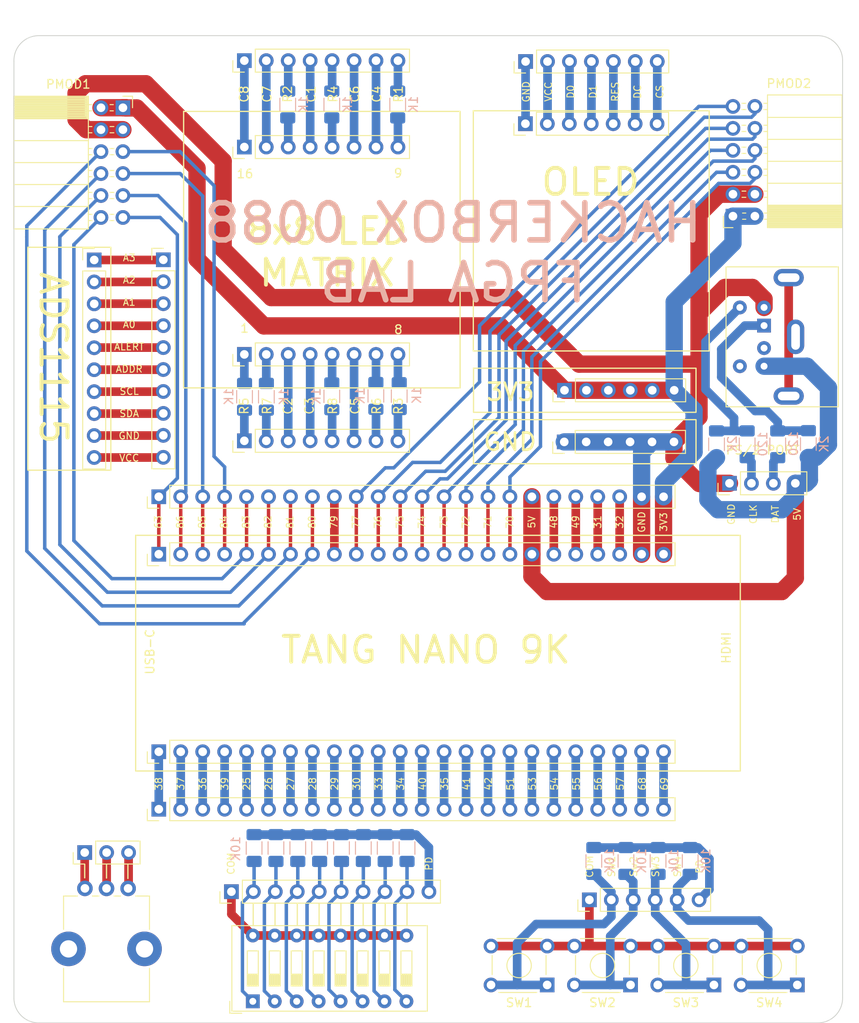
<source format=kicad_pcb>
(kicad_pcb (version 20211014) (generator pcbnew)
  (layers (0 "F.Cu" signal) (31 "B.Cu" signal) (34 "B.Paste" user) (35 "F.Paste" user) (36 "B.SilkS" user "B.Silkscreen") (37 "F.SilkS" user "F.Silkscreen") (38 "B.Mask" user) (39 "F.Mask" user) (44 "Edge.Cuts" user))
  (net 0 "")
  (net 1 "Net-(J4-Pad6)")
  (net 2 "Net-(J4-Pad2)")
  (net 3 "Net-(J4-Pad3)")
  (net 4 "Net-(J4-Pad4)")
  (net 5 "Net-(J4-Pad5)")
  (net 6 "Net-(J6-Pad10)")
  (net 7 "Net-(J6-Pad2)")
  (net 8 "Net-(J6-Pad3)")
  (net 9 "Net-(J6-Pad4)")
  (net 10 "Net-(J6-Pad5)")
  (net 11 "Net-(J6-Pad6)")
  (net 12 "Net-(J6-Pad7)")
  (net 13 "Net-(J6-Pad8)")
  (net 14 "Net-(J6-Pad9)")
  (net 15 "Net-(J16-Pad3)")
  (net 16 "Net-(J10-Pad3)")
  (net 17 "Net-(J16-Pad5)")
  (net 18 "Net-(J10-Pad5)")
  (net 19 "Net-(J16-Pad8)")
  (net 20 "Net-(J10-Pad8)")
  (net 21 "Net-(J20-Pad1)")
  (net 22 "Net-(J17-Pad1)")
  (net 23 "Net-(J20-Pad2)")
  (net 24 "Net-(J17-Pad2)")
  (net 25 "Net-(J20-Pad5)")
  (net 26 "Net-(J17-Pad5)")
  (net 27 "Net-(J20-Pad7)")
  (net 28 "Net-(J17-Pad7)")
  (net 29 "Net-(J20-Pad8)")
  (net 30 "Net-(J17-Pad8)")
  (net 31 "Net-(J4-Pad1)")
  (net 32 "Net-(J6-Pad1)")
  (net 33 "Net-(J1-Pad9)")
  (net 34 "+5V")
  (net 35 "Net-(J1-Pad19)")
  (net 36 "Net-(J1-Pad20)")
  (net 37 "Net-(J1-Pad21)")
  (net 38 "Net-(J1-Pad22)")
  (net 39 "GND")
  (net 40 "+3V3")
  (net 41 "Net-(J3-Pad1)")
  (net 42 "Net-(J3-Pad2)")
  (net 43 "Net-(J3-Pad3)")
  (net 44 "Net-(J3-Pad4)")
  (net 45 "Net-(J3-Pad5)")
  (net 46 "Net-(J3-Pad6)")
  (net 47 "Net-(J3-Pad7)")
  (net 48 "Net-(J3-Pad8)")
  (net 49 "Net-(J3-Pad9)")
  (net 50 "Net-(J3-Pad10)")
  (net 51 "Net-(J3-Pad11)")
  (net 52 "Net-(J3-Pad12)")
  (net 53 "Net-(J3-Pad13)")
  (net 54 "Net-(J3-Pad14)")
  (net 55 "Net-(J3-Pad15)")
  (net 56 "Net-(J3-Pad16)")
  (net 57 "Net-(J3-Pad17)")
  (net 58 "Net-(J3-Pad18)")
  (net 59 "Net-(J3-Pad19)")
  (net 60 "Net-(J3-Pad20)")
  (net 61 "Net-(J3-Pad21)")
  (net 62 "Net-(J3-Pad22)")
  (net 63 "Net-(J3-Pad23)")
  (net 64 "Net-(J3-Pad24)")
  (net 65 "Net-(J10-Pad1)")
  (net 66 "Net-(J10-Pad2)")
  (net 67 "Net-(J10-Pad4)")
  (net 68 "Net-(J10-Pad6)")
  (net 69 "Net-(J10-Pad7)")
  (net 70 "Net-(J13-Pad1)")
  (net 71 "Net-(J13-Pad2)")
  (net 72 "Net-(J13-Pad3)")
  (net 73 "Net-(J13-Pad4)")
  (net 74 "Net-(J13-Pad5)")
  (net 75 "Net-(J13-Pad6)")
  (net 76 "Net-(J13-Pad7)")
  (net 77 "Net-(J13-Pad8)")
  (net 78 "Net-(J13-Pad9)")
  (net 79 "Net-(J13-Pad10)")
  (net 80 "Net-(J17-Pad3)")
  (net 81 "Net-(J17-Pad4)")
  (net 82 "Net-(J17-Pad6)")
  (net 83 "Net-(J18-Pad1)")
  (net 84 "Net-(J18-Pad2)")
  (net 85 "Net-(J18-Pad3)")
  (net 86 "Net-(J18-Pad4)")
  (net 87 "Net-(J18-Pad5)")
  (net 88 "Net-(J18-Pad6)")
  (net 89 "Net-(J18-Pad7)")
  (net 90 "unconnected-(P1-Pad7)")
  (net 91 "Net-(P1-Pad1)")
  (net 93 "Net-(P1-Pad5)")
  (net 95 "Net-(J12-Pad1)")
  (net 96 "Net-(J12-Pad2)")
  (net 97 "Net-(J12-Pad3)")
  (net 98 "/KB_CLK")
  (net 99 "/KB_DAT")
  (net 100 "/63")
  (net 101 "/86")
  (net 102 "/85")
  (net 103 "/84")
  (net 104 "/83")
  (net 105 "/82")
  (net 106 "/81")
  (net 107 "/80")
  (net 108 "/77")
  (net 109 "/76")
  (net 110 "/75")
  (net 111 "/74")
  (net 112 "/73")
  (net 113 "/72")
  (net 114 "/71")
  (net 115 "/70")
  (footprint "Connector_PinHeader_2.54mm:PinHeader_1x24_P2.54mm_Vertical" (layer "F.Cu") (at 35.625 148.735 90)
    (fp_text reference "J3")
    (fp_text value "Conn_01x24_Male")
  )
  (footprint "Connector_PinHeader_2.54mm:PinHeader_1x08_P2.54mm_Vertical" (layer "F.Cu") (at 45.525 96.1 90)
    (fp_text reference "J17")
    (fp_text value "Conn_01x08_Male")
  )
  (footprint "Connector_PinHeader_2.54mm:PinHeader_1x08_P2.54mm_Vertical" (layer "F.Cu") (at 45.525 62.1 90)
    (fp_text reference "J16")
    (fp_text value "Conn_01x08_Male")
  )
  (footprint "Connector_PinHeader_2.54mm:PinHeader_1x08_P2.54mm_Vertical" (layer "F.Cu") (at 45.525 106.1 90)
    (fp_text reference "J20")
    (fp_text value "Conn_01x08_Male")
  )
  (footprint "4x1md_Footprints:Connector_Mini-DIN_Female_6Pin_2rows" (layer "F.Cu") (at 105.675 92.765 90)
    (fp_text reference "P1")
    (fp_text value " ")
  )
  (footprint "Connector_PinHeader_2.54mm:PinHeader_1x24_P2.54mm_Vertical" (layer "F.Cu") (at 35.625 119.225 90)
    (fp_text reference "J2")
    (fp_text value "Conn_01x24_Male")
  )
  (footprint "Button_Switch_THT:SW_DIP_SPSTx08_Slide_9.78x22.5mm_W7.62mm_P2.54mm" (layer "F.Cu") (at 46.505 170.97 90)
    (fp_text reference "SW6")
    (fp_text value "SW_DIP_x08")
  )
  (footprint "Connector_PinHeader_2.54mm:PinHeader_1x24_P2.54mm_Vertical" (layer "F.Cu") (at 35.625 142.085 90)
    (fp_text reference "J5")
    (fp_text value "Conn_01x24_Male")
  )
  (footprint "Button_Switch_THT:SW_TH_Tactile_Omron_B3F-10xx" (layer "F.Cu") (at 80.575 169.075 180)
    (fp_text reference "SW1")
    (fp_text value "SW_PUSH_BUTTON")
  )
  (footprint "Connector_PinHeader_2.54mm:PinHeader_1x04_P2.54mm_Vertical" (layer "F.Cu") (at 101.675 111.015 90)
    (fp_text reference "J15")
    (fp_text value "Conn_01x04_Male")
  )
  (footprint "Connector_PinHeader_2.54mm:PinHeader_1x06_P2.54mm_Vertical" (layer "F.Cu") (at 82.575 100.25 90)
    (fp_text reference "J8")
    (fp_text value "Conn_01x06_Male")
  )
  (footprint "Connector_PinHeader_2.54mm:PinHeader_1x06_P2.54mm_Vertical" (layer "F.Cu") (at 82.55 106.225 90)
    (fp_text reference "J7")
    (fp_text value "Conn_01x06_Male")
  )
  (footprint "Connector_PinHeader_2.54mm:PinHeader_1x07_P2.54mm_Vertical" (layer "F.Cu") (at 78.075 62.2 90)
    (fp_text reference "J18")
    (fp_text value "Conn_01x07_Male")
  )
  (footprint "Button_Switch_THT:SW_TH_Tactile_Omron_B3F-10xx" (layer "F.Cu") (at 99.875 169.075 180)
    (fp_text reference "SW3")
    (fp_text value "SW_PUSH_BUTTON")
  )
  (footprint "Connector_PinSocket_2.54mm:PinSocket_2x06_P2.54mm_Horizontal" (layer "F.Cu") (at 102.075 80.1 180)
    (fp_text reference "PMOD2")
    (fp_text value "Conn_02x06_Odd_Even")
  )
  (footprint "Connector_PinHeader_2.54mm:PinHeader_1x08_P2.54mm_Vertical" (layer "F.Cu") (at 45.525 72.1 90)
    (fp_text reference "J10")
    (fp_text value "Conn_01x08_Male")
  )
  (footprint "Potentiometer_THT:Potentiometer_Bourns_PTV09A-1_Single_Vertical" (layer "F.Cu") (at 27.075 157.9 -90)
    (fp_text reference "RV1")
    (fp_text value "R_Potentiometer_US")
  )
  (footprint "Connector_PinHeader_2.54mm:PinHeader_1x03_P2.54mm_Vertical" (layer "F.Cu") (at 27.05 153.75 90)
    (fp_text reference "J12")
    (fp_text value "Conn_01x03_Male")
  )
  (footprint "Button_Switch_THT:SW_TH_Tactile_Omron_B3F-10xx" (layer "F.Cu") (at 90.225 169.075 180)
    (fp_text reference "SW2")
    (fp_text value "SW_PUSH_BUTTON")
  )
  (footprint "Button_Switch_THT:SW_TH_Tactile_Omron_B3F-10xx" (layer "F.Cu") (at 109.525 169.075 180)
    (fp_text reference "SW4")
    (fp_text value "SW_PUSH_BUTTON")
  )
  (footprint "Connector_PinSocket_2.54mm:PinSocket_2x06_P2.54mm_Horizontal" (layer "F.Cu") (at 31.475 67.55)
    (fp_text reference "PMOD1")
    (fp_text value "Conn_02x06_Odd_Even")
  )
  (footprint "Connector_PinHeader_2.54mm:PinHeader_1x07_P2.54mm_Vertical" (layer "F.Cu") (at 78.055 69.4 90)
    (fp_text reference "J19")
    (fp_text value "Conn_01x07_Male")
  )
  (footprint "Connector_PinHeader_2.54mm:PinHeader_1x10_P2.54mm_Vertical" (layer "F.Cu") (at 28.15 85.17)
    (fp_text reference "J14")
    (fp_text value "Conn_01x10_Male")
  )
  (footprint "Connector_PinHeader_2.54mm:PinHeader_1x10_P2.54mm_Vertical" (layer "F.Cu") (at 44.03 158.2775 90)
    (fp_text reference "J6")
    (fp_text value "Conn_01x10_Male")
  )
  (footprint "Connector_PinHeader_2.54mm:PinHeader_1x10_P2.54mm_Vertical" (layer "F.Cu") (at 36.15 85.15)
    (fp_text reference "J13")
    (fp_text value "Conn_01x10_Male")
  )
  (footprint "Connector_PinHeader_2.54mm:PinHeader_1x06_P2.54mm_Vertical" (layer "F.Cu") (at 85.458332 159.225 90)
    (fp_text reference "J4")
    (fp_text value "Conn_01x06_Male")
  )
  (footprint "Connector_PinHeader_2.54mm:PinHeader_1x24_P2.54mm_Vertical" (layer "F.Cu") (at 35.625 112.575 90)
    (fp_text reference "J1")
    (fp_text value "Conn_01x24_Male")
  )
  (footprint "Resistor_SMD:R_1206_3216Metric_Pad1.30x1.75mm_HandSolder" (layer "B.Cu") (at 63.275 67.175 -90)
    (fp_text reference "R19")
    (fp_text value "1K")
  )
  (footprint "Resistor_SMD:R_1206_3216Metric_Pad1.30x1.75mm_HandSolder" (layer "B.Cu") (at 63.45 100.925 90)
    (fp_text reference "R24")
    (fp_text value "1K")
  )
  (footprint "Resistor_SMD:R_1206_3216Metric_Pad1.30x1.75mm_HandSolder" (layer "B.Cu") (at 64.355 153.2275 -90)
    (fp_text reference "R12")
    (fp_text value "10K")
  )
  (footprint "Resistor_SMD:R_1206_3216Metric_Pad1.30x1.75mm_HandSolder" (layer "B.Cu") (at 51.712142 153.2275 -90)
    (fp_text reference "R7")
    (fp_text value "10K")
  )
  (footprint "Resistor_SMD:R_1206_3216Metric_Pad1.30x1.75mm_HandSolder" (layer "B.Cu") (at 45.55 101 90)
    (fp_text reference "R20")
    (fp_text value "1K")
  )
  (footprint "Resistor_SMD:R_1206_3216Metric_Pad1.30x1.75mm_HandSolder" (layer "B.Cu") (at 50.55 67.175 -90)
    (fp_text reference "R17")
    (fp_text value "1K")
  )
  (footprint "Resistor_SMD:R_1206_3216Metric_Pad1.30x1.75mm_HandSolder" (layer "B.Cu") (at 89.691666 154.725 -90)
    (fp_text reference "R2")
    (fp_text value "10K")
  )
  (footprint "Resistor_SMD:R_1206_3216Metric_Pad1.30x1.75mm_HandSolder" (layer "B.Cu") (at 48.075 101 90)
    (fp_text reference "R21")
    (fp_text value "1K")
  )
  (footprint "Resistor_SMD:R_1206_3216Metric_Pad1.30x1.75mm_HandSolder" (layer "B.Cu") (at 61.826426 153.2275 -90)
    (fp_text reference "R11")
    (fp_text value "10K")
  )
  (footprint "Resistor_SMD:R_1206_3216Metric_Pad1.30x1.75mm_HandSolder" (layer "B.Cu") (at 56.769284 153.2275 -90)
    (fp_text reference "R9")
    (fp_text value "10K")
  )
  (footprint "Resistor_SMD:R_1206_3216Metric_Pad1.30x1.75mm_HandSolder" (layer "B.Cu") (at 46.655 153.2275 -90)
    (fp_text reference "R5")
    (fp_text value "10K")
  )
  (footprint "Resistor_SMD:R_1206_3216Metric_Pad1.30x1.75mm_HandSolder" (layer "B.Cu") (at 103.716666 106.5 90)
    (fp_text reference "R15")
    (fp_text value "120")
  )
  (footprint "Resistor_SMD:R_1206_3216Metric_Pad1.30x1.75mm_HandSolder" (layer "B.Cu") (at 59.297855 153.2275 -90)
    (fp_text reference "R10")
    (fp_text value "10K")
  )
  (footprint "Resistor_SMD:R_1206_3216Metric_Pad1.30x1.75mm_HandSolder" (layer "B.Cu") (at 85.975 154.725 -90)
    (fp_text reference "R1")
    (fp_text value "10K")
  )
  (footprint "Resistor_SMD:R_1206_3216Metric_Pad1.30x1.75mm_HandSolder" (layer "B.Cu") (at 60.75 100.9 90)
    (fp_text reference "R23")
    (fp_text value "1K")
  )
  (footprint "Resistor_SMD:R_1206_3216Metric_Pad1.30x1.75mm_HandSolder" (layer "B.Cu") (at 49.183571 153.2275 -90)
    (fp_text reference "R6")
    (fp_text value "10K")
  )
  (footprint "Resistor_SMD:R_1206_3216Metric_Pad1.30x1.75mm_HandSolder" (layer "B.Cu") (at 107.258332 106.5 90)
    (fp_text reference "R16")
    (fp_text value "120")
  )
  (footprint "Resistor_SMD:R_1206_3216Metric_Pad1.30x1.75mm_HandSolder" (layer "B.Cu") (at 110.8 106.475 -90)
    (fp_text reference "R13")
    (fp_text value "2K")
  )
  (footprint "Resistor_SMD:R_1206_3216Metric_Pad1.30x1.75mm_HandSolder" (layer "B.Cu") (at 54.240713 153.2275 -90)
    (fp_text reference "R8")
    (fp_text value "10K")
  )
  (footprint "Resistor_SMD:R_1206_3216Metric_Pad1.30x1.75mm_HandSolder" (layer "B.Cu") (at 100.175 106.5 -90)
    (fp_text reference "R14")
    (fp_text value "2K")
  )
  (footprint "Resistor_SMD:R_1206_3216Metric_Pad1.30x1.75mm_HandSolder" (layer "B.Cu") (at 55.65 67.175 -90)
    (fp_text reference "R18")
    (fp_text value "1K")
  )
  (footprint "Resistor_SMD:R_1206_3216Metric_Pad1.30x1.75mm_HandSolder" (layer "B.Cu") (at 93.408332 154.725 -90)
    (fp_text reference "R3")
    (fp_text value "10k")
  )
  (footprint "Resistor_SMD:R_1206_3216Metric_Pad1.30x1.75mm_HandSolder" (layer "B.Cu") (at 97.125 154.725 -90)
    (fp_text reference "R4")
    (fp_text value "10K")
  )
  (footprint "Resistor_SMD:R_1206_3216Metric_Pad1.30x1.75mm_HandSolder" (layer "B.Cu") (at 55.65 100.95 90)
    (fp_text reference "R22")
    (fp_text value "1K")
  )
  (gr_line (start 46.555 162.2025) (end 46.555 159.6525) (layer "F.SilkS") (width 0.15))
  (gr_line (start 64.355 162.1775) (end 64.355 159.6275) (layer "F.SilkS") (width 0.15))
  (gr_rect (start 30.075 83.7) (end 20.475 109.5) (layer "F.SilkS") (width 0.15) (fill none))
  (gr_rect (start 38.5 67.975) (end 70.5 99.975) (layer "F.SilkS") (width 0.15) (fill none))
  (gr_rect (start 97.8 97.7) (end 72.05 102.8) (layer "F.SilkS") (width 0.15) (fill none))
  (gr_line (start 54.18 162.1775) (end 54.18 159.6275) (layer "F.SilkS") (width 0.15))
  (gr_line (start 29.575 156.7) (end 29.575 155.15) (layer "F.SilkS") (width 0.15))
  (gr_rect (start 97.8 103.65) (end 72.05 108.75) (layer "F.SilkS") (width 0.15) (fill none))
  (gr_line (start 59.28 162.1525) (end 59.28 159.6025) (layer "F.SilkS") (width 0.15))
  (gr_line (start 61.83 162.2025) (end 61.83 159.6525) (layer "F.SilkS") (width 0.15))
  (gr_line (start 27.05 156.675) (end 27.05 155.125) (layer "F.SilkS") (width 0.15))
  (gr_line (start 32.05 156.75) (end 32.05 155.15) (layer "F.SilkS") (width 0.15))
  (gr_line (start 51.655 162.1775) (end 51.655 159.6275) (layer "F.SilkS") (width 0.15))
  (gr_line (start 49.08 162.1775) (end 49.08 159.6275) (layer "F.SilkS") (width 0.15))
  (gr_rect (start 72.025 67.9) (end 99.325 95.7) (layer "F.SilkS") (width 0.15) (fill none))
  (gr_rect (start 32.95 117.0375) (end 102.925 144.3125) (layer "F.SilkS") (width 0.15) (fill none))
  (gr_line (start 56.705 162.1525) (end 56.705 159.6025) (layer "F.SilkS") (width 0.15))
  (gr_line (start 114.764223 170.519472) (end 114.764223 62.017731) (layer "Edge.Cuts") (width 0.1))
  (gr_arc (start 114.764223 170.519472) (mid 113.970624 172.573187) (end 111.957269 173.464223) (layer "Edge.Cuts") (width 0.1))
  (gr_line (start 111.819472 59.210777) (end 21.667731 59.210777) (layer "Edge.Cuts") (width 0.1))
  (gr_arc (start 21.805528 173.464223) (mid 19.751814 172.670624) (end 18.860777 170.657269) (layer "Edge.Cuts") (width 0.1))
  (gr_arc (start 18.860777 62.155528) (mid 19.654376 60.101813) (end 21.667731 59.210777) (layer "Edge.Cuts") (width 0.1))
  (gr_line (start 18.860777 62.155528) (end 18.860777 170.657269) (layer "Edge.Cuts") (width 0.1))
  (gr_arc (start 111.819472 59.210777) (mid 113.873187 60.004376) (end 114.764223 62.017731) (layer "Edge.Cuts") (width 0.1))
  (gr_line (start 21.805528 173.464223) (end 111.957269 173.464223) (layer "Edge.Cuts") (width 0.1))
  (gr_text "HACKERBOX 0088\nFPGA LAB\n" (at 69.675 84.35) (layer "B.SilkS") (effects (font (size 4.3 4.3) (thickness 0.65)) (justify mirror)))
  (gr_text "GND\n\nCLK\n\nDAT\n\n5V" (at 105.7 114.6 90) (layer "F.SilkS") (effects (font (size 0.79 0.8) (thickness 0.12))))
  (gr_text "C4" (at 60.85 65.975 90) (layer "F.SilkS") (effects (font (size 1 1))))
  (gr_text "8x8 LED\nMATRIX" (at 55.1 84.25) (layer "F.SilkS") (effects (font (size 3 3) (thickness 0.45))))
  (gr_text "COM\n\nSW1\n\nSw2\n\nSW3\n\nSW4\n\nPD" (at 91.85 155.375 90) (layer "F.SilkS") (effects (font (size 0.79 0.8) (thickness 0.12))))
  (gr_text "A3\n\nA2\n\nA1\n\nA0\n\nALERT\n\nADDR\n\nSCL\n\nSDA\n\nGND\n\nVCC" (at 32.2 96.5) (layer "F.SilkS") (effects (font (size 0.8 0.8) (thickness 0.12))))
  (gr_text "R7" (at 48.15 102.075 90) (layer "F.SilkS") (effects (font (size 1 1))))
  (gr_text "R2" (at 50.525 65.975 90) (layer "F.SilkS") (effects (font (size 1 1))))
  (gr_text "C3" (at 53.05 102.075 90) (layer "F.SilkS") (effects (font (size 1 1))))
  (gr_text "R6" (at 60.825 102.075 90) (layer "F.SilkS") (effects (font (size 1 1))))
  (gr_text "GND" (at 76.275 106.225) (layer "F.SilkS") (effects (font (size 2 2) (thickness 0.3))))
  (gr_text "63\n\n86\n\n85\n\n84\n\n83\n\n82\n\n81\n\n80\n\n79\n\n77\n\n76\n\n75\n\n74\n\n73\n\n72\n\n71\n\n70\n\n5V\n\n48\n\n49\n\n31\n\n32\n\nGND\n\n3V3" (at 64.8 115.5 90) (layer "F.SilkS") (effects (font (size 0.79 0.8) (thickness 0.12))))
  (gr_text "GND\n\nVCC\n\nD0\n\nD1\n\nRES\n\nDC\n\nCS" (at 85.875 65.7 90) (layer "F.SilkS") (effects (font (size 0.8 0.8) (thickness 0.12))))
  (gr_text "R3" (at 63.35 102.075 90) (layer "F.SilkS") (effects (font (size 1 1))))
  (gr_text "TANG NANO 9K" (at 66.525 130.3) (layer "F.SilkS") (effects (font (size 3 3) (thickness 0.45))))
  (gr_text "R5" (at 45.5 102.075 90) (layer "F.SilkS") (effects (font (size 1 1))))
  (gr_text "C2" (at 50.575 102.075 90) (layer "F.SilkS") (effects (font (size 1 1))))
  (gr_text "8" (at 63.35 93.225) (layer "F.SilkS") (effects (font (size 1 1))))
  (gr_text "R1" (at 63.35 65.975 90) (layer "F.SilkS") (effects (font (size 1 1))))
  (gr_text "9" (at 63.325 75.125) (layer "F.SilkS") (effects (font (size 1 1))))
  (gr_text "USB-C" (at 34.6 130.525 90) (layer "F.SilkS") (effects (font (size 1 1))))
  (gr_text "R8" (at 55.75 102.075 90) (layer "F.SilkS") (effects (font (size 1 1))))
  (gr_text "HDMI" (at 101.3 130.05 90) (layer "F.SilkS") (effects (font (size 1 1))))
  (gr_text "ADS1115" (at 23.425 96.5 270) (layer "F.SilkS") (effects (font (size 3 3) (thickness 0.45))))
  (gr_text "C6" (at 58.3 65.975 90) (layer "F.SilkS") (effects (font (size 1 1))))
  (gr_text "C8" (at 45.5 65.975 90) (layer "F.SilkS") (effects (font (size 1 1))))
  (gr_text "3V3" (at 76.325 100.45) (layer "F.SilkS") (effects (font (size 2 2) (thickness 0.3))))
  (gr_text "C1" (at 53.25 65.975 90) (layer "F.SilkS") (effects (font (size 1 1))))
  (gr_text "C7" (at 48.15 65.975 90) (layer "F.SilkS") (effects (font (size 1 1))))
  (gr_text "16" (at 45.6 75.2) (layer "F.SilkS") (effects (font (size 1 1))))
  (gr_text "OLED" (at 85.6 76.15) (layer "F.SilkS") (effects (font (size 3 3) (thickness 0.45))))
  (gr_text "PS/2 PORT" (at 105.525 107.175) (layer "F.SilkS") (effects (font (size 1 1))))
  (gr_text "1" (at 45.55 93.075) (layer "F.SilkS") (effects (font (size 1 1))))
  (gr_text "COM\n\n\n\n\n\n\n\n\n\n\n\n\n\n\n\n\n\nPD\n" (at 55.43 155.0275 90) (layer "F.SilkS") (effects (font (size 0.79 0.8) (thickness 0.12))))
  (gr_text "38\n\n37\n\n36\n\n39\n\n25\n\n26\n\n27\n\n28\n\n29\n\n30\n\n33\n\n34\n\n40\n\n35\n\n41\n\n42\n\n51\n\n53\n\n54\n\n55\n\n56\n\n57\n\n68\n\n69" (at 64.875 145.8 90) (layer "F.SilkS") (effects (font (size 0.79 0.8) (thickness 0.12))))
  (gr_text "R4" (at 55.775 65.975 90) (layer "F.SilkS") (effects (font (size 1 1))))
  (gr_text "C5" (at 58.35 102.075 90) (layer "F.SilkS") (effects (font (size 1 1))))
  (segment (start 97.125 153.175) (end 93.408332 153.175) (width 1) (layer "B.Cu") (net 1))
  (segment (start 93.408332 153.175) (end 89.691666 153.175) (width 1) (layer "B.Cu") (net 1))
  (segment (start 99.35 158.033332) (end 99.35 154.475) (width 1) (layer "B.Cu") (net 1))
  (segment (start 98.158332 159.225) (end 99.35 158.033332) (width 1) (layer "B.Cu") (net 1))
  (segment (start 98.05 153.175) (end 97.125 153.175) (width 1) (layer "B.Cu") (net 1))
  (segment (start 99.35 154.475) (end 98.05 153.175) (width 1) (layer "B.Cu") (net 1))
  (segment (start 89.691666 153.175) (end 85.975 153.175) (width 1) (layer "B.Cu") (net 1))
  (segment (start 74.075 169.075) (end 77.1 169.075) (width 1) (layer "B.Cu") (net 2))
  (segment (start 87.15 162.025) (end 87.998332 161.176668) (width 1) (layer "B.Cu") (net 2))
  (segment (start 77.1 164.225) (end 79.3 162.025) (width 1) (layer "B.Cu") (net 2))
  (segment (start 77.1 169.075) (end 77.1 164.225) (width 1) (layer "B.Cu") (net 2))
  (segment (start 87.998332 158.298332) (end 87.998332 159.225) (width 1) (layer "B.Cu") (net 2))
  (segment (start 87.998332 161.176668) (end 87.998332 159.225) (width 1) (layer "B.Cu") (net 2))
  (segment (start 77.1 169.075) (end 80.575 169.075) (width 1) (layer "B.Cu") (net 2))
  (segment (start 79.3 162.025) (end 87.15 162.025) (width 1) (layer "B.Cu") (net 2))
  (segment (start 85.975 156.275) (end 87.998332 158.298332) (width 1) (layer "B.Cu") (net 2))
  (segment (start 87.875 169.075) (end 87.875 163.425) (width 1) (layer "B.Cu") (net 3))
  (segment (start 90.538332 159.225) (end 90.538332 157.121666) (width 1) (layer "B.Cu") (net 3))
  (segment (start 87.875 169.075) (end 90.225 169.075) (width 1) (layer "B.Cu") (net 3))
  (segment (start 90.538332 160.761668) (end 90.538332 159.225) (width 1) (layer "B.Cu") (net 3))
  (segment (start 87.875 163.425) (end 90.538332 160.761668) (width 1) (layer "B.Cu") (net 3))
  (segment (start 83.725 169.075) (end 87.875 169.075) (width 1) (layer "B.Cu") (net 3))
  (segment (start 90.538332 157.121666) (end 89.691666 156.275) (width 1) (layer "B.Cu") (net 3))
  (segment (start 96.65 169.075) (end 96.65 164.4) (width 1) (layer "B.Cu") (net 4))
  (segment (start 93.078332 159.225) (end 93.078332 156.605) (width 1) (layer "B.Cu") (net 4))
  (segment (start 96.65 164.4) (end 93.078332 160.828332) (width 1) (layer "B.Cu") (net 4))
  (segment (start 93.078332 156.605) (end 93.408332 156.275) (width 1) (layer "B.Cu") (net 4))
  (segment (start 96.65 169.075) (end 99.875 169.075) (width 1) (layer "B.Cu") (net 4))
  (segment (start 93.375 169.075) (end 96.65 169.075) (width 1) (layer "B.Cu") (net 4))
  (segment (start 93.078332 160.828332) (end 93.078332 159.225) (width 1) (layer "B.Cu") (net 4))
  (segment (start 95.618332 157.781668) (end 97.125 156.275) (width 1) (layer "B.Cu") (net 5))
  (segment (start 95.618332 160.293332) (end 95.618332 159.225) (width 1) (layer "B.Cu") (net 5))
  (segment (start 95.618332 159.225) (end 95.618332 157.781668) (width 1) (layer "B.Cu") (net 5))
  (segment (start 103.025 169.075) (end 106.15 169.075) (width 1) (layer "B.Cu") (net 5))
  (segment (start 96.95 161.625) (end 95.618332 160.293332) (width 1) (layer "B.Cu") (net 5))
  (segment (start 105.1 161.625) (end 96.95 161.625) (width 1) (layer "B.Cu") (net 5))
  (segment (start 106.15 162.675) (end 105.1 161.625) (width 1) (layer "B.Cu") (net 5))
  (segment (start 106.15 169.075) (end 106.15 162.675) (width 1) (layer "B.Cu") (net 5))
  (segment (start 106.15 169.075) (end 109.525 169.075) (width 1) (layer "B.Cu") (net 5))
  (segment (start 64.355 151.6775) (end 65.4025 151.6775) (width 1) (layer "B.Cu") (net 6))
  (segment (start 56.769284 151.6775) (end 59.297855 151.6775) (width 1) (layer "B.Cu") (net 6))
  (segment (start 66.89 153.165) (end 66.89 158.2775) (width 1) (layer "B.Cu") (net 6))
  (segment (start 65.4025 151.6775) (end 66.89 153.165) (width 1) (layer "B.Cu") (net 6))
  (segment (start 61.826426 151.6775) (end 64.355 151.6775) (width 1) (layer "B.Cu") (net 6))
  (segment (start 59.297855 151.6775) (end 61.826426 151.6775) (width 1) (layer "B.Cu") (net 6))
  (segment (start 54.240713 151.6775) (end 56.769284 151.6775) (width 1) (layer "B.Cu") (net 6))
  (segment (start 49.183571 151.6775) (end 51.712142 151.6775) (width 1) (layer "B.Cu") (net 6))
  (segment (start 51.712142 151.6775) (end 54.240713 151.6775) (width 1) (layer "B.Cu") (net 6))
  (segment (start 46.655 151.6775) (end 49.183571 151.6775) (width 1) (layer "B.Cu") (net 6))
  (segment (start 45.305489 159.542011) (end 46.57 158.2775) (width 0.4) (layer "B.Cu") (net 7))
  (segment (start 46.505 170.97) (end 45.305489 169.770489) (width 0.4) (layer "B.Cu") (net 7))
  (segment (start 46.655 158.1925) (end 46.57 158.2775) (width 0.4) (layer "B.Cu") (net 7))
  (segment (start 45.305489 169.770489) (end 45.305489 159.542011) (width 0.4) (layer "B.Cu") (net 7))
  (segment (start 46.655 154.7775) (end 46.655 158.1925) (width 0.4) (layer "B.Cu") (net 7))
  (segment (start 49.183571 158.203929) (end 49.11 158.2775) (width 0.4) (layer "B.Cu") (net 8))
  (segment (start 49.183571 154.7775) (end 49.183571 158.203929) (width 0.4) (layer "B.Cu") (net 8))
  (segment (start 49.045 170.97) (end 47.845489 169.770489) (width 0.4) (layer "B.Cu") (net 8))
  (segment (start 47.845489 169.770489) (end 47.845489 159.542011) (width 0.4) (layer "B.Cu") (net 8))
  (segment (start 47.845489 159.542011) (end 49.11 158.2775) (width 0.4) (layer "B.Cu") (net 8))
  (segment (start 50.385489 159.542011) (end 51.65 158.2775) (width 0.4) (layer "B.Cu") (net 9))
  (segment (start 51.712142 154.7775) (end 51.712142 158.215358) (width 0.4) (layer "B.Cu") (net 9))
  (segment (start 51.585 170.97) (end 50.385489 169.770489) (width 0.4) (layer "B.Cu") (net 9))
  (segment (start 50.385489 169.770489) (end 50.385489 159.542011) (width 0.4) (layer "B.Cu") (net 9))
  (segment (start 51.712142 158.215358) (end 51.65 158.2775) (width 0.4) (layer "B.Cu") (net 9))
  (segment (start 54.125 170.97) (end 52.784511 169.629511) (width 0.4) (layer "B.Cu") (net 10))
  (segment (start 54.240713 158.226787) (end 54.19 158.2775) (width 0.4) (layer "B.Cu") (net 10))
  (segment (start 52.784511 169.629511) (end 52.784511 159.682989) (width 0.4) (layer "B.Cu") (net 10))
  (segment (start 52.784511 159.682989) (end 54.19 158.2775) (width 0.4) (layer "B.Cu") (net 10))
  (segment (start 54.240713 154.7775) (end 54.240713 158.226787) (width 0.4) (layer "B.Cu") (net 10))
  (segment (start 56.769284 154.7775) (end 56.769284 158.238216) (width 0.4) (layer "B.Cu") (net 11))
  (segment (start 55.324511 159.682989) (end 56.73 158.2775) (width 0.4) (layer "B.Cu") (net 11))
  (segment (start 56.665 170.97) (end 55.324511 169.629511) (width 0.4) (layer "B.Cu") (net 11))
  (segment (start 56.769284 158.238216) (end 56.73 158.2775) (width 0.4) (layer "B.Cu") (net 11))
  (segment (start 55.324511 169.629511) (end 55.324511 159.682989) (width 0.4) (layer "B.Cu") (net 11))
  (segment (start 59.297855 154.7775) (end 59.297855 158.249645) (width 0.4) (layer "B.Cu") (net 12))
  (segment (start 59.205 170.97) (end 58.005489 169.770489) (width 0.4) (layer "B.Cu") (net 12))
  (segment (start 59.297855 158.249645) (end 59.27 158.2775) (width 0.4) (layer "B.Cu") (net 12))
  (segment (start 58.005489 169.770489) (end 58.005489 159.542011) (width 0.4) (layer "B.Cu") (net 12))
  (segment (start 58.005489 159.542011) (end 59.27 158.2775) (width 0.4) (layer "B.Cu") (net 12))
  (segment (start 61.826426 154.7775) (end 61.826426 158.261074) (width 0.4) (layer "B.Cu") (net 13))
  (segment (start 61.826426 158.261074) (end 61.81 158.2775) (width 0.4) (layer "B.Cu") (net 13))
  (segment (start 61.745 170.97) (end 60.545489 169.770489) (width 0.4) (layer "B.Cu") (net 13))
  (segment (start 60.545489 159.542011) (end 61.81 158.2775) (width 0.4) (layer "B.Cu") (net 13))
  (segment (start 60.545489 169.770489) (end 60.545489 159.542011) (width 0.4) (layer "B.Cu") (net 13))
  (segment (start 64.355 158.2725) (end 64.35 158.2775) (width 0.4) (layer "B.Cu") (net 14))
  (segment (start 64.355 154.7775) (end 64.355 158.2725) (width 0.4) (layer "B.Cu") (net 14))
  (segment (start 62.944511 169.629511) (end 62.944511 159.682989) (width 0.4) (layer "B.Cu") (net 14))
  (segment (start 62.944511 159.682989) (end 64.35 158.2775) (width 0.4) (layer "B.Cu") (net 14))
  (segment (start 64.285 170.97) (end 62.944511 169.629511) (width 0.4) (layer "B.Cu") (net 14))
  (segment (start 50.605 65.57) (end 50.55 65.625) (width 1) (layer "B.Cu") (net 15))
  (segment (start 50.605 62.1) (end 50.605 65.57) (width 1) (layer "B.Cu") (net 15))
  (segment (start 50.605 72.1) (end 50.605 68.78) (width 1) (layer "B.Cu") (net 16))
  (segment (start 50.605 68.78) (end 50.55 68.725) (width 1) (layer "B.Cu") (net 16))
  (segment (start 55.685 62.1) (end 55.685 65.59) (width 1) (layer "B.Cu") (net 17))
  (segment (start 55.685 65.59) (end 55.65 65.625) (width 1) (layer "B.Cu") (net 17))
  (segment (start 55.685 68.76) (end 55.65 68.725) (width 1) (layer "B.Cu") (net 18))
  (segment (start 55.685 72.1) (end 55.685 68.76) (width 1) (layer "B.Cu") (net 18))
  (segment (start 63.305 62.1) (end 63.305 65.595) (width 1) (layer "B.Cu") (net 19))
  (segment (start 63.305 65.595) (end 63.275 65.625) (width 1) (layer "B.Cu") (net 19))
  (segment (start 63.305 68.755) (end 63.275 68.725) (width 1) (layer "B.Cu") (net 20))
  (segment (start 63.305 72.1) (end 63.305 68.755) (width 1) (layer "B.Cu") (net 20))
  (segment (start 45.525 106.1) (end 45.525 102.575) (width 1) (layer "B.Cu") (net 21))
  (segment (start 45.525 102.575) (end 45.55 102.55) (width 1) (layer "B.Cu") (net 21))
  (segment (start 45.525 96.1) (end 45.525 99.425) (width 1) (layer "B.Cu") (net 22))
  (segment (start 45.525 99.425) (end 45.55 99.45) (width 1) (layer "B.Cu") (net 22))
  (segment (start 48.065 106.1) (end 48.065 102.56) (width 1) (layer "B.Cu") (net 23))
  (segment (start 48.065 102.56) (end 48.075 102.55) (width 1) (layer "B.Cu") (net 23))
  (segment (start 48.065 96.1) (end 48.065 99.44) (width 1) (layer "B.Cu") (net 24))
  (segment (start 48.065 99.44) (end 48.075 99.45) (width 1) (layer "B.Cu") (net 24))
  (segment (start 55.685 102.535) (end 55.65 102.5) (width 1) (layer "B.Cu") (net 25))
  (segment (start 55.685 106.1) (end 55.685 102.535) (width 1) (layer "B.Cu") (net 25))
  (segment (start 55.685 99.365) (end 55.65 99.4) (width 1) (layer "B.Cu") (net 26))
  (segment (start 55.685 96.1) (end 55.685 99.365) (width 1) (layer "B.Cu") (net 26))
  (segment (start 60.765 106.1) (end 60.765 102.465) (width 1) (layer "B.Cu") (net 27))
  (segment (start 60.765 102.465) (end 60.75 102.45) (width 1) (layer "B.Cu") (net 27))
  (segment (start 60.765 96.1) (end 60.765 99.335) (width 1) (layer "B.Cu") (net 28))
  (segment (start 60.765 99.335) (end 60.75 99.35) (width 1) (layer "B.Cu") (net 28))
  (segment (start 63.305 106.1) (end 63.305 102.62) (width 1) (layer "B.Cu") (net 29))
  (segment (start 63.305 102.62) (end 63.45 102.475) (width 1) (layer "B.Cu") (net 29))
  (segment (start 63.305 99.23) (end 63.45 99.375) (width 1) (layer "B.Cu") (net 30))
  (segment (start 63.305 96.1) (end 63.305 99.23) (width 1) (layer "B.Cu") (net 30))
  (segment (start 90.225 164.575) (end 93.375 164.575) (width 1) (layer "F.Cu") (net 31))
  (segment (start 80.575 164.575) (end 83.725 164.575) (width 1) (layer "F.Cu") (net 31))
  (segment (start 85.458332 159.225) (end 85.458332 164.566668) (width 1) (layer "F.Cu") (net 31))
  (segment (start 99.875 164.575) (end 103.025 164.575) (width 1) (layer "F.Cu") (net 31))
  (segment (start 83.725 164.575) (end 85.45 164.575) (width 1) (layer "F.Cu") (net 31))
  (segment (start 74.075 164.575) (end 80.575 164.575) (width 1) (layer "F.Cu") (net 31))
  (segment (start 103.025 164.575) (end 109.525 164.575) (width 1) (layer "F.Cu") (net 31))
  (segment (start 85.458332 164.566668) (end 85.45 164.575) (width 1) (layer "F.Cu") (net 31))
  (segment (start 85.45 164.575) (end 90.225 164.575) (width 1) (layer "F.Cu") (net 31))
  (segment (start 93.375 164.575) (end 99.875 164.575) (width 1) (layer "F.Cu") (net 31))
  (segment (start 44.03 158.2775) (end 44.03 160.875) (width 1) (layer "F.Cu") (net 32))
  (segment (start 54.125 163.35) (end 56.665 163.35) (width 1) (layer "F.Cu") (net 32))
  (segment (start 51.585 163.35) (end 54.125 163.35) (width 1) (layer "F.Cu") (net 32))
  (segment (start 44.03 160.875) (end 46.505 163.35) (width 1) (layer "F.Cu") (net 32))
  (segment (start 59.205 163.35) (end 61.745 163.35) (width 1) (layer "F.Cu") (net 32))
  (segment (start 61.745 163.35) (end 64.285 163.35) (width 1) (layer "F.Cu") (net 32))
  (segment (start 46.505 163.35) (end 49.045 163.35) (width 1) (layer "F.Cu") (net 32))
  (segment (start 49.045 163.35) (end 51.585 163.35) (width 1) (layer "F.Cu") (net 32))
  (segment (start 56.665 163.35) (end 59.205 163.35) (width 1) (layer "F.Cu") (net 32))
  (segment (start 55.945 112.575) (end 55.945 119.225) (width 1) (layer "F.Cu") (net 33))
  (segment (start 78.805 121.805) (end 80.55 123.55) (width 2) (layer "F.Cu") (net 34))
  (segment (start 109.295 121.98) (end 109.295 111.015) (width 2) (layer "F.Cu") (net 34))
  (segment (start 78.805 119.225) (end 78.805 112.575) (width 2) (layer "F.Cu") (net 34))
  (segment (start 107.725 123.55) (end 109.295 121.98) (width 2) (layer "F.Cu") (net 34))
  (segment (start 78.805 119.225) (end 78.805 121.805) (width 2) (layer "F.Cu") (net 34))
  (segment (start 80.55 123.55) (end 107.725 123.55) (width 2) (layer "F.Cu") (net 34))
  (segment (start 100.175 108.05) (end 99.175 109.05) (width 2) (layer "B.Cu") (net 34))
  (segment (start 111.65 108.025) (end 110.8 108.025) (width 2) (layer "B.Cu") (net 34))
  (segment (start 113.125 99.95) (end 113.125 106.55) (width 2) (layer "B.Cu") (net 34))
  (segment (start 110.64 97.465) (end 113.125 99.95) (width 2) (layer "B.Cu") (net 34))
  (segment (start 109.295 111.015) (end 110.56 111.015) (width 2) (layer "B.Cu") (net 34))
  (segment (start 105.675 97.465) (end 110.64 97.465) (width 2) (layer "B.Cu") (net 34))
  (segment (start 110.925 110.65) (end 110.925 108.15) (width 2) (layer "B.Cu") (net 34))
  (segment (start 99.175 109.05) (end 99.175 112.925) (width 2) (layer "B.Cu") (net 34))
  (segment (start 110.56 111.015) (end 110.925 110.65) (width 2) (layer "B.Cu") (net 34))
  (segment (start 109.295 112.53) (end 109.295 111.015) (width 2) (layer "B.Cu") (net 34))
  (segment (start 107.75 114.075) (end 109.295 112.53) (width 2) (layer "B.Cu") (net 34))
  (segment (start 99.175 112.925) (end 100.325 114.075) (width 2) (layer "B.Cu") (net 34))
  (segment (start 100.325 114.075) (end 107.75 114.075) (width 2) (layer "B.Cu") (net 34))
  (segment (start 113.125 106.55) (end 111.65 108.025) (width 2) (layer "B.Cu") (net 34))
  (segment (start 110.925 108.15) (end 110.8 108.025) (width 2) (layer "B.Cu") (net 34))
  (segment (start 81.345 119.225) (end 81.345 112.575) (width 1) (layer "F.Cu") (net 35))
  (segment (start 83.885 119.225) (end 83.885 112.575) (width 1) (layer "F.Cu") (net 36))
  (segment (start 86.425 119.225) (end 86.425 112.575) (width 1) (layer "F.Cu") (net 37))
  (segment (start 88.965 119.225) (end 88.965 112.575) (width 1) (layer "F.Cu") (net 38))
  (segment (start 95.25 108.1) (end 98.19 111.04) (width 2) (layer "F.Cu") (net 39))
  (segment (start 104.325 88.35) (end 105.675 89.7) (width 2) (layer "F.Cu") (net 39))
  (segment (start 91.505 119.225) (end 91.505 112.575) (width 2) (layer "F.Cu") (net 39))
  (segment (start 84.275 97.225) (end 98.15 97.225) (width 2) (layer "F.Cu") (net 39))
  (segment (start 100.465 77.56) (end 98.15 79.875) (width 2) (layer "F.Cu") (net 39))
  (segment (start 105.675 89.7) (end 105.675 90.665) (width 2) (layer "F.Cu") (net 39))
  (segment (start 101.675 111.015) (end 98.215 111.015) (width 2) (layer "F.Cu") (net 39))
  (segment (start 101.15 88.35) (end 104.325 88.35) (width 2) (layer "F.Cu") (net 39))
  (segment (start 98.19 111.04) (end 98.215 111.015) (width 2) (layer "F.Cu") (net 39))
  (segment (start 102.075 77.56) (end 104.615 77.56) (width 2) (layer "F.Cu") (net 39))
  (segment (start 102.075 77.56) (end 100.465 77.56) (width 2) (layer "F.Cu") (net 39))
  (segment (start 95.25 106.225) (end 95.25 108.1) (width 2) (layer "F.Cu") (net 39))
  (segment (start 27.15 64.775) (end 34.125 64.775) (width 2) (layer "F.Cu") (net 39))
  (segment (start 43.075 73.725) (end 43.075 83.95) (width 2) (layer "F.Cu") (net 39))
  (segment (start 98.15 91.35) (end 101.15 88.35) (width 2) (layer "F.Cu") (net 39))
  (segment (start 34.125 64.775) (end 43.075 73.725) (width 2) (layer "F.Cu") (net 39))
  (segment (start 43.075 83.95) (end 48.65 89.525) (width 2) (layer "F.Cu") (net 39))
  (segment (start 27.24 70.09) (end 26.05 68.9) (width 2) (layer "F.Cu") (net 39))
  (segment (start 31.475 70.09) (end 28.935 70.09) (width 2) (layer "F.Cu") (net 39))
  (segment (start 95.25 106.225) (end 98.15 103.325) (width 2) (layer "F.Cu") (net 39))
  (segment (start 28.935 70.09) (end 27.24 70.09) (width 2) (layer "F.Cu") (net 39))
  (segment (start 98.15 97.225) (end 98.15 91.35) (width 2) (layer "F.Cu") (net 39))
  (segment (start 76.575 89.525) (end 84.275 97.225) (width 2) (layer "F.Cu") (net 39))
  (segment (start 98.15 79.875) (end 98.15 91.35) (width 2) (layer "F.Cu") (net 39))
  (segment (start 98.15 103.325) (end 98.15 97.225) (width 2) (layer "F.Cu") (net 39))
  (segment (start 26.05 65.875) (end 27.15 64.775) (width 2) (layer "F.Cu") (net 39))
  (segment (start 48.65 89.525) (end 76.575 89.525) (width 2) (layer "F.Cu") (net 39))
  (segment (start 26.05 68.9) (end 26.05 65.875) (width 2) (layer "F.Cu") (net 39))
  (segment (start 82.55 106.225) (end 85.09 106.225) (width 2) (layer "B.Cu") (net 39))
  (segment (start 91.505 107.43) (end 92.71 106.225) (width 2) (layer "B.Cu") (net 39))
  (segment (start 91.505 112.575) (end 91.505 107.43) (width 2) (layer "B.Cu") (net 39))
  (segment (start 87.63 106.225) (end 90.17 106.225) (width 2) (layer "B.Cu") (net 39))
  (segment (start 85.09 106.225) (end 87.63 106.225) (width 2) (layer "B.Cu") (net 39))
  (segment (start 90.17 106.225) (end 92.71 106.225) (width 2) (layer "B.Cu") (net 39))
  (segment (start 92.71 106.225) (end 95.25 106.225) (width 2) (layer "B.Cu") (net 39))
  (segment (start 87.655 100.25) (end 90.195 100.25) (width 2) (layer "F.Cu") (net 40))
  (segment (start 90.195 100.25) (end 92.735 100.25) (width 2) (layer "F.Cu") (net 40))
  (segment (start 31.475 67.55) (end 31.833447 67.55) (width 2) (layer "F.Cu") (net 40))
  (segment (start 75.125 92.8) (end 82.575 100.25) (width 2) (layer "F.Cu") (net 40))
  (segment (start 47.775 92.8) (end 75.125 92.8) (width 2) (layer "F.Cu") (net 40))
  (segment (start 40.05 85.075) (end 47.775 92.8) (width 2) (layer "F.Cu") (net 40))
  (segment (start 94.045 119.225) (end 94.045 112.575) (width 2) (layer "F.Cu") (net 40))
  (segment (start 85.115 100.25) (end 87.655 100.25) (width 2) (layer "F.Cu") (net 40))
  (segment (start 31.833447 67.55) (end 31.858447 67.575) (width 2) (layer "F.Cu") (net 40))
  (segment (start 82.575 100.25) (end 85.115 100.25) (width 2) (layer "F.Cu") (net 40))
  (segment (start 92.735 100.25) (end 95.275 100.25) (width 2) (layer "F.Cu") (net 40))
  (segment (start 33.075 67.575) (end 40.05 74.55) (width 2) (layer "F.Cu") (net 40))
  (segment (start 31.858447 67.575) (end 33.075 67.575) (width 2) (layer "F.Cu") (net 40))
  (segment (start 28.935 67.55) (end 31.475 67.55) (width 2) (layer "F.Cu") (net 40))
  (segment (start 40.05 74.55) (end 40.05 85.075) (width 2) (layer "F.Cu") (net 40))
  (segment (start 94.045 110.93) (end 97.575 107.4) (width 2) (layer "B.Cu") (net 40))
  (segment (start 102.075 83.225) (end 102.075 80.1) (width 2) (layer "B.Cu") (net 40))
  (segment (start 94.045 112.575) (end 94.045 110.93) (width 2) (layer "B.Cu") (net 40))
  (segment (start 97.575 107.4) (end 97.575 102.55) (width 2) (layer "B.Cu") (net 40))
  (segment (start 95.275 90.025) (end 102.075 83.225) (width 2) (layer "B.Cu") (net 40))
  (segment (start 95.275 100.25) (end 95.275 90.025) (width 2) (layer "B.Cu") (net 40))
  (segment (start 102.075 80.1) (end 104.615 80.1) (width 2) (layer "B.Cu") (net 40))
  (segment (start 97.575 102.55) (end 95.275 100.25) (width 2) (layer "B.Cu") (net 40))
  (segment (start 35.625 148.735) (end 35.625 142.085) (width 1) (layer "B.Cu") (net 41))
  (segment (start 38.165 148.735) (end 38.165 142.085) (width 1) (layer "B.Cu") (net 42))
  (segment (start 40.705 148.735) (end 40.705 142.085) (width 1) (layer "B.Cu") (net 43))
  (segment (start 43.245 142.085) (end 43.245 148.735) (width 1) (layer "B.Cu") (net 44))
  (segment (start 45.785 148.735) (end 45.785 142.085) (width 1) (layer "B.Cu") (net 45))
  (segment (start 48.325 142.085) (end 48.325 148.735) (width 1) (layer "B.Cu") (net 46))
  (segment (start 50.865 148.735) (end 50.865 142.085) (width 1) (layer "B.Cu") (net 47))
  (segment (start 53.405 142.085) (end 53.405 148.735) (width 1) (layer "B.Cu") (net 48))
  (segment (start 55.945 148.735) (end 55.945 142.085) (width 1) (layer "B.Cu") (net 49))
  (segment (start 58.485 142.085) (end 58.485 148.735) (width 1) (layer "B.Cu") (net 50))
  (segment (start 61.025 148.735) (end 61.025 142.085) (width 1) (layer "B.Cu") (net 51))
  (segment (start 63.565 142.085) (end 63.565 148.735) (width 1) (layer "B.Cu") (net 52))
  (segment (start 66.105 148.735) (end 66.105 142.085) (width 1) (layer "B.Cu") (net 53))
  (segment (start 68.645 142.085) (end 68.645 148.735) (width 1) (layer "B.Cu") (net 54))
  (segment (start 71.185 148.735) (end 71.185 142.085) (width 1) (layer "B.Cu") (net 55))
  (segment (start 73.725 142.085) (end 73.725 148.735) (width 1) (layer "B.Cu") (net 56))
  (segment (start 76.265 148.735) (end 76.265 142.085) (width 1) (layer "B.Cu") (net 57))
  (segment (start 78.805 142.085) (end 78.805 148.735) (width 1) (layer "B.Cu") (net 58))
  (segment (start 81.345 148.735) (end 81.345 142.085) (width 1) (layer "B.Cu") (net 59))
  (segment (start 83.885 142.085) (end 83.885 148.735) (width 1) (layer "B.Cu") (net 60))
  (segment (start 86.425 148.735) (end 86.425 142.085) (width 1) (layer "B.Cu") (net 61))
  (segment (start 88.965 142.085) (end 88.965 148.735) (width 1) (layer "B.Cu") (net 62))
  (segment (start 91.505 142.085) (end 91.505 148.735) (width 1) (layer "B.Cu") (net 63))
  (segment (start 94.045 148.735) (end 94.045 142.085) (width 1) (layer "B.Cu") (net 64))
  (segment (start 45.525 72.1) (end 45.525 62.1) (width 1) (layer "B.Cu") (net 65))
  (segment (start 48.065 62.1) (end 48.065 72.1) (width 1) (layer "B.Cu") (net 66))
  (segment (start 53.145 72.1) (end 53.145 62.1) (width 1) (layer "B.Cu") (net 67))
  (segment (start 58.225 72.1) (end 58.225 62.1) (width 1) (layer "B.Cu") (net 68))
  (segment (start 60.765 62.1) (end 60.765 72.1) (width 1) (layer "B.Cu") (net 69))
  (segment (start 28.15 85.17) (end 36.13 85.17) (width 1) (layer "F.Cu") (net 70))
  (segment (start 36.13 85.17) (end 36.15 85.15) (width 1) (layer "F.Cu") (net 70))
  (segment (start 36.13 87.71) (end 36.15 87.69) (width 1) (layer "F.Cu") (net 71))
  (segment (start 28.15 87.71) (end 36.13 87.71) (width 1) (layer "F.Cu") (net 71))
  (segment (start 28.17 90.23) (end 28.15 90.25) (width 1) (layer "F.Cu") (net 72))
  (segment (start 36.15 90.23) (end 28.17 90.23) (width 1) (layer "F.Cu") (net 72))
  (segment (start 36.13 92.79) (end 36.15 92.77) (width 1) (layer "F.Cu") (net 73))
  (segment (start 28.15 92.79) (end 36.13 92.79) (width 1) (layer "F.Cu") (net 73))
  (segment (start 28.17 95.31) (end 28.15 95.33) (width 1) (layer "F.Cu") (net 74))
  (segment (start 36.15 95.31) (end 28.17 95.31) (width 1) (layer "F.Cu") (net 74))
  (segment (start 36.13 97.87) (end 36.15 97.85) (width 1) (layer "F.Cu") (net 75))
  (segment (start 28.15 97.87) (end 36.13 97.87) (width 1) (layer "F.Cu") (net 75))
  (segment (start 28.15 100.41) (end 36.13 100.41) (width 1) (layer "F.Cu") (net 76))
  (segment (start 36.13 100.41) (end 36.15 100.39) (width 1) (layer "F.Cu") (net 76))
  (segment (start 36.13 102.95) (end 36.15 102.93) (width 1) (layer "F.Cu") (net 77))
  (segment (start 28.15 102.95) (end 36.13 102.95) (width 1) (layer "F.Cu") (net 77))
  (segment (start 36.13 105.49) (end 36.15 105.47) (width 1) (layer "F.Cu") (net 78))
  (segment (start 28.15 105.49) (end 36.13 105.49) (width 1) (layer "F.Cu") (net 78))
  (segment (start 28.15 108.03) (end 36.13 108.03) (width 1) (layer "F.Cu") (net 79))
  (segment (start 36.13 108.03) (end 36.15 108.01) (width 1) (layer "F.Cu") (net 79))
  (segment (start 50.605 106.1) (end 50.605 96.1) (width 1) (layer "B.Cu") (net 80))
  (segment (start 53.145 106.1) (end 53.145 96.1) (width 1) (layer "B.Cu") (net 81))
  (segment (start 58.225 106.1) (end 58.225 96.1) (width 1) (layer "B.Cu") (net 82))
  (segment (start 78.075 62.2) (end 78.075 69.38) (width 1) (layer "B.Cu") (net 83))
  (segment (start 78.075 69.38) (end 78.055 69.4) (width 1) (layer "B.Cu") (net 83))
  (segment (start 80.615 69.38) (end 80.595 69.4) (width 1) (layer "B.Cu") (net 84))
  (segment (start 80.615 62.2) (end 80.615 69.38) (width 1) (layer "B.Cu") (net 84))
  (segment (start 83.155 62.2) (end 83.155 69.38) (width 1) (layer "B.Cu") (net 85))
  (segment (start 83.155 69.38) (end 83.135 69.4) (width 1) (layer "B.Cu") (net 85))
  (segment (start 85.695 69.38) (end 85.675 69.4) (width 1) (layer "B.Cu") (net 86))
  (segment (start 85.695 62.2) (end 85.695 69.38) (width 1) (layer "B.Cu") (net 86))
  (segment (start 88.235 62.2) (end 88.235 69.38) (width 1) (layer "B.Cu") (net 87))
  (segment (start 88.235 69.38) (end 88.215 69.4) (width 1) (layer "B.Cu") (net 87))
  (segment (start 90.775 69.38) (end 90.755 69.4) (width 1) (layer "B.Cu") (net 88))
  (segment (start 90.775 62.2) (end 90.775 69.38) (width 1) (layer "B.Cu") (net 88))
  (segment (start 93.315 62.2) (end 93.315 69.38) (width 1) (layer "B.Cu") (net 89))
  (segment (start 93.315 69.38) (end 93.295 69.4) (width 1) (layer "B.Cu") (net 89))
  (segment (start 108.74 94.065) (end 108.525 93.85) (width 1) (layer "F.Cu") (net 90))
  (segment (start 109.325 94.065) (end 108.74 94.065) (width 1) (layer "F.Cu") (net 90))
  (segment (start 108.525 100.915) (end 108.525 93.85) (width 1) (layer "F.Cu") (net 90))
  (segment (start 108.525 93.85) (end 108.525 87.215) (width 1) (layer "F.Cu") (net 90))
  (segment (start 107.283332 104.925) (end 107.258332 104.95) (width 1) (layer "B.Cu") (net 91))
  (segment (start 103.46 92.765) (end 100.725 95.5) (width 1) (layer "B.Cu") (net 91))
  (segment (start 105.675 92.765) (end 103.46 92.765) (width 1) (layer "B.Cu") (net 91))
  (segment (start 104.65 102.65) (end 106 102.65) (width 1) (layer "B.Cu") (net 91))
  (segment (start 100.725 98.725) (end 104.65 102.65) (width 1) (layer "B.Cu") (net 91))
  (segment (start 110.8 104.925) (end 107.283332 104.925) (width 1) (layer "B.Cu") (net 91))
  (segment (start 106 102.65) (end 107.258332 103.908332) (width 1) (layer "B.Cu") (net 91))
  (segment (start 107.258332 103.908332) (end 107.258332 104.95) (width 1) (layer "B.Cu") (net 91))
  (segment (start 100.725 95.5) (end 100.725 98.725) (width 1) (layer "B.Cu") (net 91))
  (segment (start 102.2 104.95) (end 102.2 103.45) (width 1) (layer "B.Cu") (net 93))
  (segment (start 98.9 100.15) (end 98.9 94.64) (width 1) (layer "B.Cu") (net 93))
  (segment (start 102.2 104.95) (end 103.716666 104.95) (width 1) (layer "B.Cu") (net 93))
  (segment (start 102.2 103.45) (end 98.9 100.15) (width 1) (layer "B.Cu") (net 93))
  (segment (start 98.9 94.64) (end 102.875 90.665) (width 1) (layer "B.Cu") (net 93))
  (segment (start 100.175 104.95) (end 102.2 104.95) (width 1) (layer "B.Cu") (net 93))
  (segment (start 27.05 153.75) (end 27.05 157.875) (width 1) (layer "F.Cu") (net 95))
  (segment (start 27.05 157.875) (end 27.075 157.9) (width 1) (layer "F.Cu") (net 95))
  (segment (start 29.59 157.885) (end 29.575 157.9) (width 1) (layer "F.Cu") (net 96))
  (segment (start 29.59 153.75) (end 29.59 157.885) (width 1) (layer "F.Cu") (net 96))
  (segment (start 32.13 157.845) (end 32.075 157.9) (width 1) (layer "F.Cu") (net 97))
  (segment (start 32.13 153.75) (end 32.13 157.845) (width 1) (layer "F.Cu") (net 97))
  (segment (start 104.215 111.015) (end 104.215 108.548334) (width 1) (layer "B.Cu") (net 98))
  (segment (start 104.215 108.548334) (end 103.716666 108.05) (width 1) (layer "B.Cu") (net 98))
  (segment (start 106.755 108.553332) (end 107.258332 108.05) (width 1) (layer "B.Cu") (net 99))
  (segment (start 106.755 111.015) (end 106.755 108.553332) (width 1) (layer "B.Cu") (net 99))
  (segment (start 35.625 112.575) (end 35.625 119.225) (width 0.4) (layer "F.Cu") (net 100))
  (segment (start 35.775 80.25) (end 37.775 82.25) (width 0.4) (layer "B.Cu") (net 100))
  (segment (start 37.775 110.425) (end 37.775 82.25) (width 0.4) (layer "B.Cu") (net 100))
  (segment (start 31.475 80.25) (end 35.775 80.25) (width 0.4) (layer "B.Cu") (net 100))
  (segment (start 35.625 112.575) (end 37.775 110.425) (width 0.4) (layer "B.Cu") (net 100))
  (segment (start 38.165 119.225) (end 38.165 112.575) (width 0.4) (layer "F.Cu") (net 101))
  (segment (start 38.75 111.99) (end 38.75 80.925) (width 0.4) (layer "B.Cu") (net 101))
  (segment (start 35.535 77.71) (end 38.75 80.925) (width 0.4) (layer "B.Cu") (net 101))
  (segment (start 38.165 112.575) (end 38.75 111.99) (width 0.4) (layer "B.Cu") (net 101))
  (segment (start 31.475 77.71) (end 35.535 77.71) (width 0.4) (layer "B.Cu") (net 101))
  (segment (start 40.705 112.575) (end 40.705 119.225) (width 0.4) (layer "F.Cu") (net 102))
  (segment (start 40.705 112.575) (end 40.705 77.78) (width 0.4) (layer "B.Cu") (net 102))
  (segment (start 31.475 75.17) (end 38.095 75.17) (width 0.4) (layer "B.Cu") (net 102))
  (segment (start 38.095 75.17) (end 40.705 77.78) (width 0.4) (layer "B.Cu") (net 102))
  (segment (start 43.245 119.225) (end 43.245 112.575) (width 0.4) (layer "F.Cu") (net 103))
  (segment (start 38.08 72.63) (end 42.025 76.575) (width 0.4) (layer "B.Cu") (net 103))
  (segment (start 31.475 72.63) (end 38.08 72.63) (width 0.4) (layer "B.Cu") (net 103))
  (segment (start 42.025 107.9) (end 42.025 76.575) (width 0.4) (layer "B.Cu") (net 103))
  (segment (start 43.245 109.12) (end 42.025 107.9) (width 0.4) (layer "B.Cu") (net 103))
  (segment (start 43.245 112.575) (end 43.245 109.12) (width 0.4) (layer "B.Cu") (net 103))
  (segment (start 45.785 112.575) (end 45.785 119.225) (width 0.4) (layer "F.Cu") (net 104))
  (segment (start 28.935 80.25) (end 25.8 83.385) (width 0.4) (layer "B.Cu") (net 104))
  (segment (start 30.2 122.05) (end 25.8 117.65) (width 0.4) (layer "B.Cu") (net 104))
  (segment (start 42.96 122.05) (end 30.2 122.05) (width 0.4) (layer "B.Cu") (net 104))
  (segment (start 45.785 119.225) (end 42.96 122.05) (width 0.4) (layer "B.Cu") (net 104))
  (segment (start 25.8 83.385) (end 25.8 83.675) (width 0.4) (layer "B.Cu") (net 104))
  (segment (start 25.8 117.65) (end 25.8 83.675) (width 0.4) (layer "B.Cu") (net 104))
  (segment (start 48.325 119.225) (end 48.325 112.575) (width 0.4) (layer "F.Cu") (net 105))
  (segment (start 24.175 82.47) (end 24.175 82.55) (width 0.4) (layer "B.Cu") (net 105))
  (segment (start 29.675 123.625) (end 24.175 118.125) (width 0.4) (layer "B.Cu") (net 105))
  (segment (start 24.175 118.125) (end 24.175 82.55) (width 0.4) (layer "B.Cu") (net 105))
  (segment (start 43.925 123.625) (end 29.675 123.625) (width 0.4) (layer "B.Cu") (net 105))
  (segment (start 28.935 77.71) (end 24.175 82.47) (width 0.4) (layer "B.Cu") (net 105))
  (segment (start 48.325 119.225) (end 43.925 123.625) (width 0.4) (layer "B.Cu") (net 105))
  (segment (start 50.865 112.575) (end 50.865 119.225) (width 0.4) (layer "F.Cu") (net 106))
  (segment (start 44.89 125.2) (end 29.075 125.2) (width 0.4) (layer "B.Cu") (net 106))
  (segment (start 50.865 119.225) (end 44.89 125.2) (width 0.4) (layer "B.Cu") (net 106))
  (segment (start 29.075 125.2) (end 22.425 118.55) (width 0.4) (layer "B.Cu") (net 106))
  (segment (start 22.425 81.68) (end 22.425 81.75) (width 0.4) (layer "B.Cu") (net 106))
  (segment (start 22.425 118.55) (end 22.425 81.75) (width 0.4) (layer "B.Cu") (net 106))
  (segment (start 28.935 75.17) (end 22.425 81.68) (width 0.4) (layer "B.Cu") (net 106))
  (segment (start 53.405 119.225) (end 53.405 112.575) (width 0.4) (layer "F.Cu") (net 107))
  (segment (start 53.405 119.225) (end 45.5 127.13) (width 0.4) (layer "B.Cu") (net 107))
  (segment (start 45.5 127.275) (end 28.775 127.275) (width 0.4) (layer "B.Cu") (net 107))
  (segment (start 45.5 127.13) (end 45.5 127.275) (width 0.4) (layer "B.Cu") (net 107))
  (segment (start 20.35 118.85) (end 20.35 82.5) (width 0.4) (layer "B.Cu") (net 107))
  (segment (start 20.35 81.215) (end 20.35 82.5) (width 0.4) (layer "B.Cu") (net 107))
  (segment (start 28.935 72.63) (end 20.35 81.215) (width 0.4) (layer "B.Cu") (net 107))
  (segment (start 28.775 127.275) (end 20.35 118.85) (width 0.4) (layer "B.Cu") (net 107))
  (segment (start 58.485 119.225) (end 58.485 112.575) (width 0.4) (layer "F.Cu") (net 108))
  (segment (start 62.825 109.225) (end 72.75 99.3) (width 0.4) (layer "B.Cu") (net 108))
  (segment (start 98.125 67.4) (end 102.075 67.4) (width 0.4) (layer "B.Cu") (net 108))
  (segment (start 72.75 92.775) (end 98.125 67.4) (width 0.4) (layer "B.Cu") (net 108))
  (segment (start 61.835 109.225) (end 62.825 109.225) (width 0.4) (layer "B.Cu") (net 108))
  (segment (start 72.75 99.3) (end 72.75 92.775) (width 0.4) (layer "B.Cu") (net 108))
  (segment (start 58.485 112.575) (end 61.835 109.225) (width 0.4) (layer "B.Cu") (net 108))
  (segment (start 61.025 112.575) (end 61.025 119.225) (width 0.4) (layer "F.Cu") (net 109))
  (segment (start 104.225489 68.649511) (end 104.615 68.26) (width 0.4) (layer "B.Cu") (net 109))
  (segment (start 98.750489 68.649511) (end 104.225489 68.649511) (width 0.4) (layer "B.Cu") (net 109))
  (segment (start 68.2 108.6) (end 73.95 102.85) (width 0.4) (layer "B.Cu") (net 109))
  (segment (start 104.615 68.26) (end 104.615 67.4) (width 0.4) (layer "B.Cu") (net 109))
  (segment (start 73.95 93.45) (end 98.750489 68.649511) (width 0.4) (layer "B.Cu") (net 109))
  (segment (start 61.025 112.575) (end 65 108.6) (width 0.4) (layer "B.Cu") (net 109))
  (segment (start 73.95 102.85) (end 73.95 93.45) (width 0.4) (layer "B.Cu") (net 109))
  (segment (start 65 108.6) (end 68.2 108.6) (width 0.4) (layer "B.Cu") (net 109))
  (segment (start 63.565 119.225) (end 63.565 112.575) (width 0.4) (layer "F.Cu") (net 110))
  (segment (start 75 103.4) (end 75 93.85) (width 0.4) (layer "B.Cu") (net 110))
  (segment (start 68.775 109.625) (end 75 103.4) (width 0.4) (layer "B.Cu") (net 110))
  (segment (start 63.565 112.575) (end 66.515 109.625) (width 0.4) (layer "B.Cu") (net 110))
  (segment (start 75 93.85) (end 98.91 69.94) (width 0.4) (layer "B.Cu") (net 110))
  (segment (start 66.515 109.625) (end 68.775 109.625) (width 0.4) (layer "B.Cu") (net 110))
  (segment (start 98.91 69.94) (end 102.075 69.94) (width 0.4) (layer "B.Cu") (net 110))
  (segment (start 66.105 112.575) (end 66.105 119.225) (width 0.4) (layer "F.Cu") (net 111))
  (segment (start 66.105 112.575) (end 68.18 110.5) (width 0.4) (layer "B.Cu") (net 111))
  (segment (start 104.615 70.91) (end 104.615 69.94) (width 0.4) (layer "B.Cu") (net 111))
  (segment (start 75.825 103.7) (end 75.825 94.55) (width 0.4) (layer "B.Cu") (net 111))
  (segment (start 99.185489 71.189511) (end 104.335489 71.189511) (width 0.4) (layer "B.Cu") (net 111))
  (segment (start 75.825 94.55) (end 99.185489 71.189511) (width 0.4) (layer "B.Cu") (net 111))
  (segment (start 104.335489 71.189511) (end 104.615 70.91) (width 0.4) (layer "B.Cu") (net 111))
  (segment (start 69.025 110.5) (end 75.825 103.7) (width 0.4) (layer "B.Cu") (net 111))
  (segment (start 68.18 110.5) (end 69.025 110.5) (width 0.4) (layer "B.Cu") (net 111))
  (segment (start 68.645 112.575) (end 68.645 119.225) (width 0.4) (layer "F.Cu") (net 112))
  (segment (start 76.875 104.225) (end 76.875 95.075) (width 0.4) (layer "B.Cu") (net 112))
  (segment (start 99.47 72.48) (end 102.075 72.48) (width 0.4) (layer "B.Cu") (net 112))
  (segment (start 68.645 112.575) (end 68.645 112.455) (width 0.4) (layer "B.Cu") (net 112))
  (segment (start 68.645 112.455) (end 76.875 104.225) (width 0.4) (layer "B.Cu") (net 112))
  (segment (start 76.875 95.075) (end 99.47 72.48) (width 0.4) (layer "B.Cu") (net 112))
  (segment (start 71.185 112.575) (end 71.185 119.225) (width 0.4) (layer "F.Cu") (net 113))
  (segment (start 104.320489 73.729511) (end 104.615 73.435) (width 0.4) (layer "B.Cu") (net 113))
  (segment (start 77.825 95.7) (end 99.795489 73.729511) (width 0.4) (layer "B.Cu") (net 113))
  (segment (start 77.825 104.825) (end 77.825 95.7) (width 0.4) (layer "B.Cu") (net 113))
  (segment (start 71.185 111.465) (end 77.825 104.825) (width 0.4) (layer "B.Cu") (net 113))
  (segment (start 99.795489 73.729511) (end 104.320489 73.729511) (width 0.4) (layer "B.Cu") (net 113))
  (segment (start 104.615 73.435) (end 104.615 72.48) (width 0.4) (layer "B.Cu") (net 113))
  (segment (start 71.185 112.575) (end 71.185 111.465) (width 0.4) (layer "B.Cu") (net 113))
  (segment (start 73.725 119.225) (end 73.725 112.575) (width 0.4) (layer "F.Cu") (net 114))
  (segment (start 78.8 96.4) (end 100.18 75.02) (width 0.4) (layer "B.Cu") (net 114))
  (segment (start 100.18 75.02) (end 102.075 75.02) (width 0.4) (layer "B.Cu") (net 114))
  (segment (start 73.725 112.575) (end 73.725 111) (width 0.4) (layer "B.Cu") (net 114))
  (segment (start 73.725 111) (end 78.8 105.925) (width 0.4) (layer "B.Cu") (net 114))
  (segment (start 78.8 105.925) (end 78.8 96.4) (width 0.4) (layer "B.Cu") (net 114))
  (segment (start 76.265 112.575) (end 76.265 119.225) (width 0.4) (layer "F.Cu") (net 115))
  (segment (start 76.265 110.285) (end 79.8 106.75) (width 0.4) (layer "B.Cu") (net 115))
  (segment (start 100.414511 76.310489) (end 104.064511 76.310489) (width 0.4) (layer "B.Cu") (net 115))
  (segment (start 104.064511 76.310489) (end 104.615 75.76) (width 0.4) (layer "B.Cu") (net 115))
  (segment (start 104.615 75.76) (end 104.615 75.02) (width 0.4) (layer "B.Cu") (net 115))
  (segment (start 79.8 96.925) (end 100.414511 76.310489) (width 0.4) (layer "B.Cu") (net 115))
  (segment (start 79.8 106.75) (end 79.8 96.925) (width 0.4) (layer "B.Cu") (net 115))
  (segment (start 76.265 112.575) (end 76.265 110.285) (width 0.4) (layer "B.Cu") (net 115))
)
</source>
